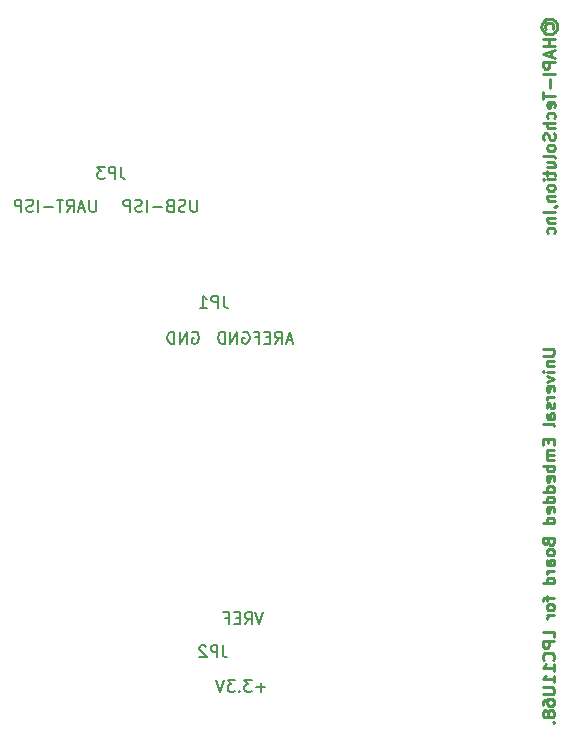
<source format=gbo>
G04 #@! TF.FileFunction,Legend,Bot*
%FSLAX46Y46*%
G04 Gerber Fmt 4.6, Leading zero omitted, Abs format (unit mm)*
G04 Created by KiCad (PCBNEW (after 2015-mar-04 BZR unknown)-product) date 2015年06月14日日曜日 16:42:44*
%MOMM*%
G01*
G04 APERTURE LIST*
%ADD10C,0.100000*%
%ADD11C,0.150000*%
%ADD12C,0.250000*%
%ADD13R,2.400000X4.400000*%
%ADD14R,4.400000X2.400000*%
%ADD15R,2.400000X4.900000*%
%ADD16R,1.400000X1.400000*%
%ADD17C,1.400000*%
%ADD18R,2.127200X2.432000*%
%ADD19O,2.127200X2.432000*%
%ADD20C,1.924000*%
%ADD21R,1.930000X1.930000*%
%ADD22C,1.930000*%
%ADD23C,3.575000*%
G04 APERTURE END LIST*
D10*
D11*
X16684238Y51905619D02*
X16684238Y51096095D01*
X16636619Y51000857D01*
X16589000Y50953238D01*
X16493762Y50905619D01*
X16303285Y50905619D01*
X16208047Y50953238D01*
X16160428Y51000857D01*
X16112809Y51096095D01*
X16112809Y51905619D01*
X15684238Y50953238D02*
X15541381Y50905619D01*
X15303285Y50905619D01*
X15208047Y50953238D01*
X15160428Y51000857D01*
X15112809Y51096095D01*
X15112809Y51191333D01*
X15160428Y51286571D01*
X15208047Y51334190D01*
X15303285Y51381810D01*
X15493762Y51429429D01*
X15589000Y51477048D01*
X15636619Y51524667D01*
X15684238Y51619905D01*
X15684238Y51715143D01*
X15636619Y51810381D01*
X15589000Y51858000D01*
X15493762Y51905619D01*
X15255666Y51905619D01*
X15112809Y51858000D01*
X14350904Y51429429D02*
X14208047Y51381810D01*
X14160428Y51334190D01*
X14112809Y51238952D01*
X14112809Y51096095D01*
X14160428Y51000857D01*
X14208047Y50953238D01*
X14303285Y50905619D01*
X14684238Y50905619D01*
X14684238Y51905619D01*
X14350904Y51905619D01*
X14255666Y51858000D01*
X14208047Y51810381D01*
X14160428Y51715143D01*
X14160428Y51619905D01*
X14208047Y51524667D01*
X14255666Y51477048D01*
X14350904Y51429429D01*
X14684238Y51429429D01*
X13684238Y51286571D02*
X12922333Y51286571D01*
X12446143Y50905619D02*
X12446143Y51905619D01*
X12017572Y50953238D02*
X11874715Y50905619D01*
X11636619Y50905619D01*
X11541381Y50953238D01*
X11493762Y51000857D01*
X11446143Y51096095D01*
X11446143Y51191333D01*
X11493762Y51286571D01*
X11541381Y51334190D01*
X11636619Y51381810D01*
X11827096Y51429429D01*
X11922334Y51477048D01*
X11969953Y51524667D01*
X12017572Y51619905D01*
X12017572Y51715143D01*
X11969953Y51810381D01*
X11922334Y51858000D01*
X11827096Y51905619D01*
X11589000Y51905619D01*
X11446143Y51858000D01*
X11017572Y50905619D02*
X11017572Y51905619D01*
X10636619Y51905619D01*
X10541381Y51858000D01*
X10493762Y51810381D01*
X10446143Y51715143D01*
X10446143Y51572286D01*
X10493762Y51477048D01*
X10541381Y51429429D01*
X10636619Y51381810D01*
X11017572Y51381810D01*
X8127571Y51905619D02*
X8127571Y51096095D01*
X8079952Y51000857D01*
X8032333Y50953238D01*
X7937095Y50905619D01*
X7746618Y50905619D01*
X7651380Y50953238D01*
X7603761Y51000857D01*
X7556142Y51096095D01*
X7556142Y51905619D01*
X7127571Y51191333D02*
X6651380Y51191333D01*
X7222809Y50905619D02*
X6889476Y51905619D01*
X6556142Y50905619D01*
X5651380Y50905619D02*
X5984714Y51381810D01*
X6222809Y50905619D02*
X6222809Y51905619D01*
X5841856Y51905619D01*
X5746618Y51858000D01*
X5698999Y51810381D01*
X5651380Y51715143D01*
X5651380Y51572286D01*
X5698999Y51477048D01*
X5746618Y51429429D01*
X5841856Y51381810D01*
X6222809Y51381810D01*
X5365666Y51905619D02*
X4794237Y51905619D01*
X5079952Y50905619D02*
X5079952Y51905619D01*
X4460904Y51286571D02*
X3698999Y51286571D01*
X3222809Y50905619D02*
X3222809Y51905619D01*
X2794238Y50953238D02*
X2651381Y50905619D01*
X2413285Y50905619D01*
X2318047Y50953238D01*
X2270428Y51000857D01*
X2222809Y51096095D01*
X2222809Y51191333D01*
X2270428Y51286571D01*
X2318047Y51334190D01*
X2413285Y51381810D01*
X2603762Y51429429D01*
X2699000Y51477048D01*
X2746619Y51524667D01*
X2794238Y51619905D01*
X2794238Y51715143D01*
X2746619Y51810381D01*
X2699000Y51858000D01*
X2603762Y51905619D01*
X2365666Y51905619D01*
X2222809Y51858000D01*
X1794238Y50905619D02*
X1794238Y51905619D01*
X1413285Y51905619D01*
X1318047Y51858000D01*
X1270428Y51810381D01*
X1222809Y51715143D01*
X1222809Y51572286D01*
X1270428Y51477048D01*
X1318047Y51429429D01*
X1413285Y51381810D01*
X1794238Y51381810D01*
D12*
X45932381Y39299526D02*
X46741905Y39299526D01*
X46837143Y39251907D01*
X46884762Y39204288D01*
X46932381Y39109050D01*
X46932381Y38918573D01*
X46884762Y38823335D01*
X46837143Y38775716D01*
X46741905Y38728097D01*
X45932381Y38728097D01*
X46265714Y38251907D02*
X46932381Y38251907D01*
X46360952Y38251907D02*
X46313333Y38204288D01*
X46265714Y38109050D01*
X46265714Y37966192D01*
X46313333Y37870954D01*
X46408571Y37823335D01*
X46932381Y37823335D01*
X46932381Y37347145D02*
X46265714Y37347145D01*
X45932381Y37347145D02*
X45980000Y37394764D01*
X46027619Y37347145D01*
X45980000Y37299526D01*
X45932381Y37347145D01*
X46027619Y37347145D01*
X46265714Y36966193D02*
X46932381Y36728098D01*
X46265714Y36490002D01*
X46884762Y35728097D02*
X46932381Y35823335D01*
X46932381Y36013812D01*
X46884762Y36109050D01*
X46789524Y36156669D01*
X46408571Y36156669D01*
X46313333Y36109050D01*
X46265714Y36013812D01*
X46265714Y35823335D01*
X46313333Y35728097D01*
X46408571Y35680478D01*
X46503810Y35680478D01*
X46599048Y36156669D01*
X46932381Y35251907D02*
X46265714Y35251907D01*
X46456190Y35251907D02*
X46360952Y35204288D01*
X46313333Y35156669D01*
X46265714Y35061431D01*
X46265714Y34966192D01*
X46884762Y34680478D02*
X46932381Y34585240D01*
X46932381Y34394764D01*
X46884762Y34299525D01*
X46789524Y34251906D01*
X46741905Y34251906D01*
X46646667Y34299525D01*
X46599048Y34394764D01*
X46599048Y34537621D01*
X46551429Y34632859D01*
X46456190Y34680478D01*
X46408571Y34680478D01*
X46313333Y34632859D01*
X46265714Y34537621D01*
X46265714Y34394764D01*
X46313333Y34299525D01*
X46932381Y33394763D02*
X46408571Y33394763D01*
X46313333Y33442382D01*
X46265714Y33537620D01*
X46265714Y33728097D01*
X46313333Y33823335D01*
X46884762Y33394763D02*
X46932381Y33490001D01*
X46932381Y33728097D01*
X46884762Y33823335D01*
X46789524Y33870954D01*
X46694286Y33870954D01*
X46599048Y33823335D01*
X46551429Y33728097D01*
X46551429Y33490001D01*
X46503810Y33394763D01*
X46932381Y32775716D02*
X46884762Y32870954D01*
X46789524Y32918573D01*
X45932381Y32918573D01*
X46408571Y31632858D02*
X46408571Y31299524D01*
X46932381Y31156667D02*
X46932381Y31632858D01*
X45932381Y31632858D01*
X45932381Y31156667D01*
X46932381Y30728096D02*
X46265714Y30728096D01*
X46360952Y30728096D02*
X46313333Y30680477D01*
X46265714Y30585239D01*
X46265714Y30442381D01*
X46313333Y30347143D01*
X46408571Y30299524D01*
X46932381Y30299524D01*
X46408571Y30299524D02*
X46313333Y30251905D01*
X46265714Y30156667D01*
X46265714Y30013810D01*
X46313333Y29918572D01*
X46408571Y29870953D01*
X46932381Y29870953D01*
X46932381Y29394763D02*
X45932381Y29394763D01*
X46313333Y29394763D02*
X46265714Y29299525D01*
X46265714Y29109048D01*
X46313333Y29013810D01*
X46360952Y28966191D01*
X46456190Y28918572D01*
X46741905Y28918572D01*
X46837143Y28966191D01*
X46884762Y29013810D01*
X46932381Y29109048D01*
X46932381Y29299525D01*
X46884762Y29394763D01*
X46884762Y28109048D02*
X46932381Y28204286D01*
X46932381Y28394763D01*
X46884762Y28490001D01*
X46789524Y28537620D01*
X46408571Y28537620D01*
X46313333Y28490001D01*
X46265714Y28394763D01*
X46265714Y28204286D01*
X46313333Y28109048D01*
X46408571Y28061429D01*
X46503810Y28061429D01*
X46599048Y28537620D01*
X46932381Y27204286D02*
X45932381Y27204286D01*
X46884762Y27204286D02*
X46932381Y27299524D01*
X46932381Y27490001D01*
X46884762Y27585239D01*
X46837143Y27632858D01*
X46741905Y27680477D01*
X46456190Y27680477D01*
X46360952Y27632858D01*
X46313333Y27585239D01*
X46265714Y27490001D01*
X46265714Y27299524D01*
X46313333Y27204286D01*
X46932381Y26299524D02*
X45932381Y26299524D01*
X46884762Y26299524D02*
X46932381Y26394762D01*
X46932381Y26585239D01*
X46884762Y26680477D01*
X46837143Y26728096D01*
X46741905Y26775715D01*
X46456190Y26775715D01*
X46360952Y26728096D01*
X46313333Y26680477D01*
X46265714Y26585239D01*
X46265714Y26394762D01*
X46313333Y26299524D01*
X46884762Y25442381D02*
X46932381Y25537619D01*
X46932381Y25728096D01*
X46884762Y25823334D01*
X46789524Y25870953D01*
X46408571Y25870953D01*
X46313333Y25823334D01*
X46265714Y25728096D01*
X46265714Y25537619D01*
X46313333Y25442381D01*
X46408571Y25394762D01*
X46503810Y25394762D01*
X46599048Y25870953D01*
X46932381Y24537619D02*
X45932381Y24537619D01*
X46884762Y24537619D02*
X46932381Y24632857D01*
X46932381Y24823334D01*
X46884762Y24918572D01*
X46837143Y24966191D01*
X46741905Y25013810D01*
X46456190Y25013810D01*
X46360952Y24966191D01*
X46313333Y24918572D01*
X46265714Y24823334D01*
X46265714Y24632857D01*
X46313333Y24537619D01*
X46408571Y22966190D02*
X46456190Y22823333D01*
X46503810Y22775714D01*
X46599048Y22728095D01*
X46741905Y22728095D01*
X46837143Y22775714D01*
X46884762Y22823333D01*
X46932381Y22918571D01*
X46932381Y23299524D01*
X45932381Y23299524D01*
X45932381Y22966190D01*
X45980000Y22870952D01*
X46027619Y22823333D01*
X46122857Y22775714D01*
X46218095Y22775714D01*
X46313333Y22823333D01*
X46360952Y22870952D01*
X46408571Y22966190D01*
X46408571Y23299524D01*
X46932381Y22156667D02*
X46884762Y22251905D01*
X46837143Y22299524D01*
X46741905Y22347143D01*
X46456190Y22347143D01*
X46360952Y22299524D01*
X46313333Y22251905D01*
X46265714Y22156667D01*
X46265714Y22013809D01*
X46313333Y21918571D01*
X46360952Y21870952D01*
X46456190Y21823333D01*
X46741905Y21823333D01*
X46837143Y21870952D01*
X46884762Y21918571D01*
X46932381Y22013809D01*
X46932381Y22156667D01*
X46932381Y20966190D02*
X46408571Y20966190D01*
X46313333Y21013809D01*
X46265714Y21109047D01*
X46265714Y21299524D01*
X46313333Y21394762D01*
X46884762Y20966190D02*
X46932381Y21061428D01*
X46932381Y21299524D01*
X46884762Y21394762D01*
X46789524Y21442381D01*
X46694286Y21442381D01*
X46599048Y21394762D01*
X46551429Y21299524D01*
X46551429Y21061428D01*
X46503810Y20966190D01*
X46932381Y20490000D02*
X46265714Y20490000D01*
X46456190Y20490000D02*
X46360952Y20442381D01*
X46313333Y20394762D01*
X46265714Y20299524D01*
X46265714Y20204285D01*
X46932381Y19442380D02*
X45932381Y19442380D01*
X46884762Y19442380D02*
X46932381Y19537618D01*
X46932381Y19728095D01*
X46884762Y19823333D01*
X46837143Y19870952D01*
X46741905Y19918571D01*
X46456190Y19918571D01*
X46360952Y19870952D01*
X46313333Y19823333D01*
X46265714Y19728095D01*
X46265714Y19537618D01*
X46313333Y19442380D01*
X46265714Y18347142D02*
X46265714Y17966190D01*
X46932381Y18204285D02*
X46075238Y18204285D01*
X45980000Y18156666D01*
X45932381Y18061428D01*
X45932381Y17966190D01*
X46932381Y17489999D02*
X46884762Y17585237D01*
X46837143Y17632856D01*
X46741905Y17680475D01*
X46456190Y17680475D01*
X46360952Y17632856D01*
X46313333Y17585237D01*
X46265714Y17489999D01*
X46265714Y17347141D01*
X46313333Y17251903D01*
X46360952Y17204284D01*
X46456190Y17156665D01*
X46741905Y17156665D01*
X46837143Y17204284D01*
X46884762Y17251903D01*
X46932381Y17347141D01*
X46932381Y17489999D01*
X46932381Y16728094D02*
X46265714Y16728094D01*
X46456190Y16728094D02*
X46360952Y16680475D01*
X46313333Y16632856D01*
X46265714Y16537618D01*
X46265714Y16442379D01*
X46932381Y14870950D02*
X46932381Y15347141D01*
X45932381Y15347141D01*
X46932381Y14537617D02*
X45932381Y14537617D01*
X45932381Y14156664D01*
X45980000Y14061426D01*
X46027619Y14013807D01*
X46122857Y13966188D01*
X46265714Y13966188D01*
X46360952Y14013807D01*
X46408571Y14061426D01*
X46456190Y14156664D01*
X46456190Y14537617D01*
X46837143Y12966188D02*
X46884762Y13013807D01*
X46932381Y13156664D01*
X46932381Y13251902D01*
X46884762Y13394760D01*
X46789524Y13489998D01*
X46694286Y13537617D01*
X46503810Y13585236D01*
X46360952Y13585236D01*
X46170476Y13537617D01*
X46075238Y13489998D01*
X45980000Y13394760D01*
X45932381Y13251902D01*
X45932381Y13156664D01*
X45980000Y13013807D01*
X46027619Y12966188D01*
X46932381Y12013807D02*
X46932381Y12585236D01*
X46932381Y12299522D02*
X45932381Y12299522D01*
X46075238Y12394760D01*
X46170476Y12489998D01*
X46218095Y12585236D01*
X46932381Y11061426D02*
X46932381Y11632855D01*
X46932381Y11347141D02*
X45932381Y11347141D01*
X46075238Y11442379D01*
X46170476Y11537617D01*
X46218095Y11632855D01*
X45932381Y10632855D02*
X46741905Y10632855D01*
X46837143Y10585236D01*
X46884762Y10537617D01*
X46932381Y10442379D01*
X46932381Y10251902D01*
X46884762Y10156664D01*
X46837143Y10109045D01*
X46741905Y10061426D01*
X45932381Y10061426D01*
X45932381Y9156664D02*
X45932381Y9347141D01*
X45980000Y9442379D01*
X46027619Y9489998D01*
X46170476Y9585236D01*
X46360952Y9632855D01*
X46741905Y9632855D01*
X46837143Y9585236D01*
X46884762Y9537617D01*
X46932381Y9442379D01*
X46932381Y9251902D01*
X46884762Y9156664D01*
X46837143Y9109045D01*
X46741905Y9061426D01*
X46503810Y9061426D01*
X46408571Y9109045D01*
X46360952Y9156664D01*
X46313333Y9251902D01*
X46313333Y9442379D01*
X46360952Y9537617D01*
X46408571Y9585236D01*
X46503810Y9632855D01*
X46360952Y8489998D02*
X46313333Y8585236D01*
X46265714Y8632855D01*
X46170476Y8680474D01*
X46122857Y8680474D01*
X46027619Y8632855D01*
X45980000Y8585236D01*
X45932381Y8489998D01*
X45932381Y8299521D01*
X45980000Y8204283D01*
X46027619Y8156664D01*
X46122857Y8109045D01*
X46170476Y8109045D01*
X46265714Y8156664D01*
X46313333Y8204283D01*
X46360952Y8299521D01*
X46360952Y8489998D01*
X46408571Y8585236D01*
X46456190Y8632855D01*
X46551429Y8680474D01*
X46741905Y8680474D01*
X46837143Y8632855D01*
X46884762Y8585236D01*
X46932381Y8489998D01*
X46932381Y8299521D01*
X46884762Y8204283D01*
X46837143Y8156664D01*
X46741905Y8109045D01*
X46551429Y8109045D01*
X46456190Y8156664D01*
X46408571Y8204283D01*
X46360952Y8299521D01*
X46837143Y7680474D02*
X46884762Y7632855D01*
X46932381Y7680474D01*
X46884762Y7728093D01*
X46837143Y7680474D01*
X46932381Y7680474D01*
X46210476Y66398095D02*
X46162857Y66493333D01*
X46162857Y66683809D01*
X46210476Y66779047D01*
X46305714Y66874285D01*
X46400952Y66921904D01*
X46591429Y66921904D01*
X46686667Y66874285D01*
X46781905Y66779047D01*
X46829524Y66683809D01*
X46829524Y66493333D01*
X46781905Y66398095D01*
X45829524Y66588571D02*
X45877143Y66826666D01*
X46020000Y67064762D01*
X46258095Y67207619D01*
X46496190Y67255238D01*
X46734286Y67207619D01*
X46972381Y67064762D01*
X47115238Y66826666D01*
X47162857Y66588571D01*
X47115238Y66350476D01*
X46972381Y66112381D01*
X46734286Y65969524D01*
X46496190Y65921904D01*
X46258095Y65969524D01*
X46020000Y66112381D01*
X45877143Y66350476D01*
X45829524Y66588571D01*
X46972381Y65493333D02*
X45972381Y65493333D01*
X46448571Y65493333D02*
X46448571Y64921904D01*
X46972381Y64921904D02*
X45972381Y64921904D01*
X46686667Y64493333D02*
X46686667Y64017142D01*
X46972381Y64588571D02*
X45972381Y64255238D01*
X46972381Y63921904D01*
X46972381Y63588571D02*
X45972381Y63588571D01*
X45972381Y63207618D01*
X46020000Y63112380D01*
X46067619Y63064761D01*
X46162857Y63017142D01*
X46305714Y63017142D01*
X46400952Y63064761D01*
X46448571Y63112380D01*
X46496190Y63207618D01*
X46496190Y63588571D01*
X46972381Y62588571D02*
X45972381Y62588571D01*
X46591429Y62112381D02*
X46591429Y61350476D01*
X45972381Y61017143D02*
X45972381Y60445714D01*
X46972381Y60731429D02*
X45972381Y60731429D01*
X46924762Y59731428D02*
X46972381Y59826666D01*
X46972381Y60017143D01*
X46924762Y60112381D01*
X46829524Y60160000D01*
X46448571Y60160000D01*
X46353333Y60112381D01*
X46305714Y60017143D01*
X46305714Y59826666D01*
X46353333Y59731428D01*
X46448571Y59683809D01*
X46543810Y59683809D01*
X46639048Y60160000D01*
X46924762Y58826666D02*
X46972381Y58921904D01*
X46972381Y59112381D01*
X46924762Y59207619D01*
X46877143Y59255238D01*
X46781905Y59302857D01*
X46496190Y59302857D01*
X46400952Y59255238D01*
X46353333Y59207619D01*
X46305714Y59112381D01*
X46305714Y58921904D01*
X46353333Y58826666D01*
X46972381Y58398095D02*
X45972381Y58398095D01*
X46972381Y57969523D02*
X46448571Y57969523D01*
X46353333Y58017142D01*
X46305714Y58112380D01*
X46305714Y58255238D01*
X46353333Y58350476D01*
X46400952Y58398095D01*
X46924762Y57540952D02*
X46972381Y57398095D01*
X46972381Y57159999D01*
X46924762Y57064761D01*
X46877143Y57017142D01*
X46781905Y56969523D01*
X46686667Y56969523D01*
X46591429Y57017142D01*
X46543810Y57064761D01*
X46496190Y57159999D01*
X46448571Y57350476D01*
X46400952Y57445714D01*
X46353333Y57493333D01*
X46258095Y57540952D01*
X46162857Y57540952D01*
X46067619Y57493333D01*
X46020000Y57445714D01*
X45972381Y57350476D01*
X45972381Y57112380D01*
X46020000Y56969523D01*
X46972381Y56398095D02*
X46924762Y56493333D01*
X46877143Y56540952D01*
X46781905Y56588571D01*
X46496190Y56588571D01*
X46400952Y56540952D01*
X46353333Y56493333D01*
X46305714Y56398095D01*
X46305714Y56255237D01*
X46353333Y56159999D01*
X46400952Y56112380D01*
X46496190Y56064761D01*
X46781905Y56064761D01*
X46877143Y56112380D01*
X46924762Y56159999D01*
X46972381Y56255237D01*
X46972381Y56398095D01*
X46972381Y55493333D02*
X46924762Y55588571D01*
X46829524Y55636190D01*
X45972381Y55636190D01*
X46305714Y54683808D02*
X46972381Y54683808D01*
X46305714Y55112380D02*
X46829524Y55112380D01*
X46924762Y55064761D01*
X46972381Y54969523D01*
X46972381Y54826665D01*
X46924762Y54731427D01*
X46877143Y54683808D01*
X46305714Y54350475D02*
X46305714Y53969523D01*
X45972381Y54207618D02*
X46829524Y54207618D01*
X46924762Y54159999D01*
X46972381Y54064761D01*
X46972381Y53969523D01*
X46972381Y53636189D02*
X46305714Y53636189D01*
X45972381Y53636189D02*
X46020000Y53683808D01*
X46067619Y53636189D01*
X46020000Y53588570D01*
X45972381Y53636189D01*
X46067619Y53636189D01*
X46972381Y53017142D02*
X46924762Y53112380D01*
X46877143Y53159999D01*
X46781905Y53207618D01*
X46496190Y53207618D01*
X46400952Y53159999D01*
X46353333Y53112380D01*
X46305714Y53017142D01*
X46305714Y52874284D01*
X46353333Y52779046D01*
X46400952Y52731427D01*
X46496190Y52683808D01*
X46781905Y52683808D01*
X46877143Y52731427D01*
X46924762Y52779046D01*
X46972381Y52874284D01*
X46972381Y53017142D01*
X46305714Y52255237D02*
X46972381Y52255237D01*
X46400952Y52255237D02*
X46353333Y52207618D01*
X46305714Y52112380D01*
X46305714Y51969522D01*
X46353333Y51874284D01*
X46448571Y51826665D01*
X46972381Y51826665D01*
X46924762Y51302856D02*
X46972381Y51302856D01*
X47067619Y51350475D01*
X47115238Y51398094D01*
X46972381Y50874285D02*
X45972381Y50874285D01*
X46305714Y50398095D02*
X46972381Y50398095D01*
X46400952Y50398095D02*
X46353333Y50350476D01*
X46305714Y50255238D01*
X46305714Y50112380D01*
X46353333Y50017142D01*
X46448571Y49969523D01*
X46972381Y49969523D01*
X46924762Y49064761D02*
X46972381Y49159999D01*
X46972381Y49350476D01*
X46924762Y49445714D01*
X46877143Y49493333D01*
X46781905Y49540952D01*
X46496190Y49540952D01*
X46400952Y49493333D01*
X46353333Y49445714D01*
X46305714Y49350476D01*
X46305714Y49159999D01*
X46353333Y49064761D01*
D11*
X22288286Y16980619D02*
X21954953Y15980619D01*
X21621619Y16980619D01*
X20716857Y15980619D02*
X21050191Y16456810D01*
X21288286Y15980619D02*
X21288286Y16980619D01*
X20907333Y16980619D01*
X20812095Y16933000D01*
X20764476Y16885381D01*
X20716857Y16790143D01*
X20716857Y16647286D01*
X20764476Y16552048D01*
X20812095Y16504429D01*
X20907333Y16456810D01*
X21288286Y16456810D01*
X20288286Y16504429D02*
X19954952Y16504429D01*
X19812095Y15980619D02*
X20288286Y15980619D01*
X20288286Y16980619D01*
X19812095Y16980619D01*
X19050190Y16504429D02*
X19383524Y16504429D01*
X19383524Y15980619D02*
X19383524Y16980619D01*
X18907333Y16980619D01*
X22447000Y10646571D02*
X21685095Y10646571D01*
X22066047Y10265619D02*
X22066047Y11027524D01*
X21304143Y11265619D02*
X20685095Y11265619D01*
X21018429Y10884667D01*
X20875571Y10884667D01*
X20780333Y10837048D01*
X20732714Y10789429D01*
X20685095Y10694190D01*
X20685095Y10456095D01*
X20732714Y10360857D01*
X20780333Y10313238D01*
X20875571Y10265619D01*
X21161286Y10265619D01*
X21256524Y10313238D01*
X21304143Y10360857D01*
X20256524Y10360857D02*
X20208905Y10313238D01*
X20256524Y10265619D01*
X20304143Y10313238D01*
X20256524Y10360857D01*
X20256524Y10265619D01*
X19875572Y11265619D02*
X19256524Y11265619D01*
X19589858Y10884667D01*
X19447000Y10884667D01*
X19351762Y10837048D01*
X19304143Y10789429D01*
X19256524Y10694190D01*
X19256524Y10456095D01*
X19304143Y10360857D01*
X19351762Y10313238D01*
X19447000Y10265619D01*
X19732715Y10265619D01*
X19827953Y10313238D01*
X19875572Y10360857D01*
X18970810Y11265619D02*
X18637477Y10265619D01*
X18304143Y11265619D01*
X24742857Y40033333D02*
X24266666Y40033333D01*
X24838095Y39747619D02*
X24504762Y40747619D01*
X24171428Y39747619D01*
X23266666Y39747619D02*
X23600000Y40223810D01*
X23838095Y39747619D02*
X23838095Y40747619D01*
X23457142Y40747619D01*
X23361904Y40700000D01*
X23314285Y40652381D01*
X23266666Y40557143D01*
X23266666Y40414286D01*
X23314285Y40319048D01*
X23361904Y40271429D01*
X23457142Y40223810D01*
X23838095Y40223810D01*
X22838095Y40271429D02*
X22504761Y40271429D01*
X22361904Y39747619D02*
X22838095Y39747619D01*
X22838095Y40747619D01*
X22361904Y40747619D01*
X21599999Y40271429D02*
X21933333Y40271429D01*
X21933333Y39747619D02*
X21933333Y40747619D01*
X21457142Y40747619D01*
X20552380Y40700000D02*
X20647618Y40747619D01*
X20790475Y40747619D01*
X20933333Y40700000D01*
X21028571Y40604762D01*
X21076190Y40509524D01*
X21123809Y40319048D01*
X21123809Y40176190D01*
X21076190Y39985714D01*
X21028571Y39890476D01*
X20933333Y39795238D01*
X20790475Y39747619D01*
X20695237Y39747619D01*
X20552380Y39795238D01*
X20504761Y39842857D01*
X20504761Y40176190D01*
X20695237Y40176190D01*
X20076190Y39747619D02*
X20076190Y40747619D01*
X19504761Y39747619D01*
X19504761Y40747619D01*
X19028571Y39747619D02*
X19028571Y40747619D01*
X18790476Y40747619D01*
X18647618Y40700000D01*
X18552380Y40604762D01*
X18504761Y40509524D01*
X18457142Y40319048D01*
X18457142Y40176190D01*
X18504761Y39985714D01*
X18552380Y39890476D01*
X18647618Y39795238D01*
X18790476Y39747619D01*
X19028571Y39747619D01*
X16261904Y40700000D02*
X16357142Y40747619D01*
X16499999Y40747619D01*
X16642857Y40700000D01*
X16738095Y40604762D01*
X16785714Y40509524D01*
X16833333Y40319048D01*
X16833333Y40176190D01*
X16785714Y39985714D01*
X16738095Y39890476D01*
X16642857Y39795238D01*
X16499999Y39747619D01*
X16404761Y39747619D01*
X16261904Y39795238D01*
X16214285Y39842857D01*
X16214285Y40176190D01*
X16404761Y40176190D01*
X15785714Y39747619D02*
X15785714Y40747619D01*
X15214285Y39747619D01*
X15214285Y40747619D01*
X14738095Y39747619D02*
X14738095Y40747619D01*
X14500000Y40747619D01*
X14357142Y40700000D01*
X14261904Y40604762D01*
X14214285Y40509524D01*
X14166666Y40319048D01*
X14166666Y40176190D01*
X14214285Y39985714D01*
X14261904Y39890476D01*
X14357142Y39795238D01*
X14500000Y39747619D01*
X14738095Y39747619D01*
X18933333Y43797619D02*
X18933333Y43083333D01*
X18980953Y42940476D01*
X19076191Y42845238D01*
X19219048Y42797619D01*
X19314286Y42797619D01*
X18457143Y42797619D02*
X18457143Y43797619D01*
X18076190Y43797619D01*
X17980952Y43750000D01*
X17933333Y43702381D01*
X17885714Y43607143D01*
X17885714Y43464286D01*
X17933333Y43369048D01*
X17980952Y43321429D01*
X18076190Y43273810D01*
X18457143Y43273810D01*
X16933333Y42797619D02*
X17504762Y42797619D01*
X17219048Y42797619D02*
X17219048Y43797619D01*
X17314286Y43654762D01*
X17409524Y43559524D01*
X17504762Y43511905D01*
X18867333Y14186619D02*
X18867333Y13472333D01*
X18914953Y13329476D01*
X19010191Y13234238D01*
X19153048Y13186619D01*
X19248286Y13186619D01*
X18391143Y13186619D02*
X18391143Y14186619D01*
X18010190Y14186619D01*
X17914952Y14139000D01*
X17867333Y14091381D01*
X17819714Y13996143D01*
X17819714Y13853286D01*
X17867333Y13758048D01*
X17914952Y13710429D01*
X18010190Y13662810D01*
X18391143Y13662810D01*
X17438762Y14091381D02*
X17391143Y14139000D01*
X17295905Y14186619D01*
X17057809Y14186619D01*
X16962571Y14139000D01*
X16914952Y14091381D01*
X16867333Y13996143D01*
X16867333Y13900905D01*
X16914952Y13758048D01*
X17486381Y13186619D01*
X16867333Y13186619D01*
X10231333Y54699619D02*
X10231333Y53985333D01*
X10278953Y53842476D01*
X10374191Y53747238D01*
X10517048Y53699619D01*
X10612286Y53699619D01*
X9755143Y53699619D02*
X9755143Y54699619D01*
X9374190Y54699619D01*
X9278952Y54652000D01*
X9231333Y54604381D01*
X9183714Y54509143D01*
X9183714Y54366286D01*
X9231333Y54271048D01*
X9278952Y54223429D01*
X9374190Y54175810D01*
X9755143Y54175810D01*
X8850381Y54699619D02*
X8231333Y54699619D01*
X8564667Y54318667D01*
X8421809Y54318667D01*
X8326571Y54271048D01*
X8278952Y54223429D01*
X8231333Y54128190D01*
X8231333Y53890095D01*
X8278952Y53794857D01*
X8326571Y53747238D01*
X8421809Y53699619D01*
X8707524Y53699619D01*
X8802762Y53747238D01*
X8850381Y53794857D01*
%LPC*%
D13*
X7800000Y47750000D03*
D14*
X10800000Y42850000D03*
D15*
X13800000Y47750000D03*
D16*
X50005000Y64370000D03*
D17*
X51275000Y64370000D03*
X50005000Y63100000D03*
X51275000Y63100000D03*
X50005000Y61830000D03*
X51275000Y61830000D03*
X50005000Y60560000D03*
X51275000Y60560000D03*
X50005000Y59290000D03*
X51275000Y59290000D03*
D18*
X27190000Y2630000D03*
D19*
X24650000Y2630000D03*
X22110000Y2630000D03*
X19570000Y2630000D03*
X17030000Y2630000D03*
X14490000Y2630000D03*
D10*
G36*
X47298000Y27896000D02*
X49222000Y27896000D01*
X49222000Y25972000D01*
X47298000Y25972000D01*
X47298000Y27896000D01*
X47298000Y27896000D01*
G37*
D20*
X48260000Y29474000D03*
X48260000Y32014000D03*
X48260000Y34554000D03*
X48260000Y37094000D03*
X48260000Y39634000D03*
X48260000Y42174000D03*
X48260000Y44714000D03*
X48260000Y47254000D03*
X48260000Y49794000D03*
D10*
G36*
X47298000Y4128000D02*
X47298000Y6052000D01*
X49222000Y6052000D01*
X49222000Y4128000D01*
X47298000Y4128000D01*
X47298000Y4128000D01*
G37*
D20*
X48260000Y7630000D03*
X48260000Y10170000D03*
X48260000Y12710000D03*
X48260000Y15250000D03*
X48260000Y17790000D03*
X48260000Y22870000D03*
X48260000Y20330000D03*
D10*
G36*
X4118000Y21908000D02*
X4118000Y23832000D01*
X6042000Y23832000D01*
X6042000Y21908000D01*
X4118000Y21908000D01*
X4118000Y21908000D01*
G37*
D20*
X5080000Y25410000D03*
X5080000Y27950000D03*
X5080000Y30490000D03*
X5080000Y33030000D03*
X5080000Y35570000D03*
X5080000Y38110000D03*
X5080000Y40650000D03*
D10*
G36*
X6042000Y6052000D02*
X6042000Y4128000D01*
X4118000Y4128000D01*
X4118000Y6052000D01*
X6042000Y6052000D01*
X6042000Y6052000D01*
G37*
D20*
X5080000Y7630000D03*
X5080000Y10170000D03*
X5080000Y12710000D03*
X5080000Y15250000D03*
X5080000Y17790000D03*
D21*
X8890000Y8900000D03*
D22*
X11430000Y8900000D03*
X13970000Y8900000D03*
X16510000Y8900000D03*
X19050000Y8900000D03*
X21590000Y8900000D03*
X24130000Y8900000D03*
X26670000Y8900000D03*
X29210000Y8900000D03*
X31750000Y8900000D03*
X34290000Y8900000D03*
X36830000Y8900000D03*
X39370000Y8900000D03*
X41910000Y8900000D03*
X44450000Y8900000D03*
X8890000Y6360000D03*
X11430000Y6360000D03*
X13970000Y6360000D03*
X16510000Y6360000D03*
X19050000Y6360000D03*
X21590000Y6360000D03*
X24130000Y6360000D03*
X26670000Y6360000D03*
X29210000Y6360000D03*
X31750000Y6360000D03*
X34290000Y6360000D03*
X36830000Y6360000D03*
X39370000Y6360000D03*
X41910000Y6360000D03*
X44450000Y6360000D03*
D16*
X18100000Y41750000D03*
X19600000Y41750000D03*
X16600000Y41750000D03*
X20200000Y13650000D03*
X20200000Y15150000D03*
X20200000Y12150000D03*
D10*
G36*
X49838000Y27896000D02*
X51762000Y27896000D01*
X51762000Y25972000D01*
X49838000Y25972000D01*
X49838000Y27896000D01*
X49838000Y27896000D01*
G37*
D20*
X50800000Y29474000D03*
X50800000Y32014000D03*
X50800000Y34554000D03*
X50800000Y37094000D03*
X50800000Y39634000D03*
X50800000Y42174000D03*
X50800000Y44714000D03*
X50800000Y47254000D03*
X50800000Y49794000D03*
D10*
G36*
X49838000Y4128000D02*
X49838000Y6052000D01*
X51762000Y6052000D01*
X51762000Y4128000D01*
X49838000Y4128000D01*
X49838000Y4128000D01*
G37*
D20*
X50800000Y7630000D03*
X50800000Y10170000D03*
X50800000Y12710000D03*
X50800000Y15250000D03*
X50800000Y17790000D03*
X50800000Y22870000D03*
X50800000Y20330000D03*
D10*
G36*
X1578000Y21908000D02*
X1578000Y23832000D01*
X3502000Y23832000D01*
X3502000Y21908000D01*
X1578000Y21908000D01*
X1578000Y21908000D01*
G37*
D20*
X2540000Y25410000D03*
X2540000Y27950000D03*
X2540000Y30490000D03*
X2540000Y33030000D03*
X2540000Y35570000D03*
X2540000Y38110000D03*
X2540000Y40650000D03*
D10*
G36*
X3502000Y6052000D02*
X3502000Y4128000D01*
X1578000Y4128000D01*
X1578000Y6052000D01*
X3502000Y6052000D01*
X3502000Y6052000D01*
G37*
D20*
X2540000Y7630000D03*
X2540000Y10170000D03*
X2540000Y12710000D03*
X2540000Y15250000D03*
X2540000Y17790000D03*
D23*
X7620000Y2550000D03*
X35560000Y2550000D03*
X2540000Y54620000D03*
X50800000Y53350000D03*
D21*
X8890000Y66050000D03*
D22*
X11430000Y66050000D03*
X13970000Y66050000D03*
X16510000Y66050000D03*
X19050000Y66050000D03*
X21590000Y66050000D03*
X24130000Y66050000D03*
X26670000Y66050000D03*
X29210000Y66050000D03*
X31750000Y66050000D03*
X34290000Y66050000D03*
X36830000Y66050000D03*
X39370000Y66050000D03*
X41910000Y66050000D03*
X44450000Y66050000D03*
X8890000Y63510000D03*
X11430000Y63510000D03*
X13970000Y63510000D03*
X16510000Y63510000D03*
X19050000Y63510000D03*
X21590000Y63510000D03*
X24130000Y63510000D03*
X26670000Y63510000D03*
X29210000Y63510000D03*
X31750000Y63510000D03*
X34290000Y63510000D03*
X36830000Y63510000D03*
X39370000Y63510000D03*
X41910000Y63510000D03*
X44450000Y63510000D03*
D16*
X9398000Y52882000D03*
X7898000Y52882000D03*
X10898000Y52882000D03*
M02*

</source>
